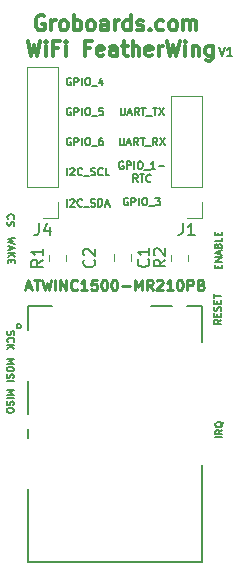
<source format=gto>
G04 #@! TF.GenerationSoftware,KiCad,Pcbnew,5.1.4-e60b266~84~ubuntu19.04.1*
G04 #@! TF.CreationDate,2019-10-25T13:24:14-07:00*
G04 #@! TF.ProjectId,Wifi-FeatherWing,57696669-2d46-4656-9174-68657257696e,rev?*
G04 #@! TF.SameCoordinates,Original*
G04 #@! TF.FileFunction,Legend,Top*
G04 #@! TF.FilePolarity,Positive*
%FSLAX46Y46*%
G04 Gerber Fmt 4.6, Leading zero omitted, Abs format (unit mm)*
G04 Created by KiCad (PCBNEW 5.1.4-e60b266~84~ubuntu19.04.1) date 2019-10-25 13:24:14*
%MOMM*%
%LPD*%
G04 APERTURE LIST*
%ADD10C,0.150000*%
%ADD11C,0.190500*%
%ADD12C,0.317500*%
%ADD13C,0.158750*%
%ADD14C,0.127000*%
%ADD15C,0.200000*%
%ADD16C,0.120000*%
%ADD17C,0.222250*%
G04 APERTURE END LIST*
D10*
X162161542Y-101590285D02*
X162161542Y-101390285D01*
X162475828Y-101304571D02*
X162475828Y-101590285D01*
X161875828Y-101590285D01*
X161875828Y-101304571D01*
X162475828Y-101047428D02*
X161875828Y-101047428D01*
X162475828Y-100704571D01*
X161875828Y-100704571D01*
X162304400Y-100447428D02*
X162304400Y-100161714D01*
X162475828Y-100504571D02*
X161875828Y-100304571D01*
X162475828Y-100104571D01*
X162161542Y-99704571D02*
X162190114Y-99618857D01*
X162218685Y-99590285D01*
X162275828Y-99561714D01*
X162361542Y-99561714D01*
X162418685Y-99590285D01*
X162447257Y-99618857D01*
X162475828Y-99676000D01*
X162475828Y-99904571D01*
X161875828Y-99904571D01*
X161875828Y-99704571D01*
X161904400Y-99647428D01*
X161932971Y-99618857D01*
X161990114Y-99590285D01*
X162047257Y-99590285D01*
X162104400Y-99618857D01*
X162132971Y-99647428D01*
X162161542Y-99704571D01*
X162161542Y-99904571D01*
X162475828Y-99018857D02*
X162475828Y-99304571D01*
X161875828Y-99304571D01*
X162161542Y-98818857D02*
X162161542Y-98618857D01*
X162475828Y-98533142D02*
X162475828Y-98818857D01*
X161875828Y-98818857D01*
X161875828Y-98533142D01*
X162425028Y-105976628D02*
X162139314Y-106176628D01*
X162425028Y-106319485D02*
X161825028Y-106319485D01*
X161825028Y-106090914D01*
X161853600Y-106033771D01*
X161882171Y-106005200D01*
X161939314Y-105976628D01*
X162025028Y-105976628D01*
X162082171Y-106005200D01*
X162110742Y-106033771D01*
X162139314Y-106090914D01*
X162139314Y-106319485D01*
X162110742Y-105719485D02*
X162110742Y-105519485D01*
X162425028Y-105433771D02*
X162425028Y-105719485D01*
X161825028Y-105719485D01*
X161825028Y-105433771D01*
X162396457Y-105205200D02*
X162425028Y-105119485D01*
X162425028Y-104976628D01*
X162396457Y-104919485D01*
X162367885Y-104890914D01*
X162310742Y-104862342D01*
X162253600Y-104862342D01*
X162196457Y-104890914D01*
X162167885Y-104919485D01*
X162139314Y-104976628D01*
X162110742Y-105090914D01*
X162082171Y-105148057D01*
X162053600Y-105176628D01*
X161996457Y-105205200D01*
X161939314Y-105205200D01*
X161882171Y-105176628D01*
X161853600Y-105148057D01*
X161825028Y-105090914D01*
X161825028Y-104948057D01*
X161853600Y-104862342D01*
X162110742Y-104605200D02*
X162110742Y-104405200D01*
X162425028Y-104319485D02*
X162425028Y-104605200D01*
X161825028Y-104605200D01*
X161825028Y-104319485D01*
X161825028Y-104148057D02*
X161825028Y-103805200D01*
X162425028Y-103976628D02*
X161825028Y-103976628D01*
X144362514Y-97436000D02*
X144333942Y-97407428D01*
X144305371Y-97321714D01*
X144305371Y-97264571D01*
X144333942Y-97178857D01*
X144391085Y-97121714D01*
X144448228Y-97093142D01*
X144562514Y-97064571D01*
X144648228Y-97064571D01*
X144762514Y-97093142D01*
X144819657Y-97121714D01*
X144876800Y-97178857D01*
X144905371Y-97264571D01*
X144905371Y-97321714D01*
X144876800Y-97407428D01*
X144848228Y-97436000D01*
X144333942Y-97664571D02*
X144305371Y-97750285D01*
X144305371Y-97893142D01*
X144333942Y-97950285D01*
X144362514Y-97978857D01*
X144419657Y-98007428D01*
X144476800Y-98007428D01*
X144533942Y-97978857D01*
X144562514Y-97950285D01*
X144591085Y-97893142D01*
X144619657Y-97778857D01*
X144648228Y-97721714D01*
X144676800Y-97693142D01*
X144733942Y-97664571D01*
X144791085Y-97664571D01*
X144848228Y-97693142D01*
X144876800Y-97721714D01*
X144905371Y-97778857D01*
X144905371Y-97921714D01*
X144876800Y-98007428D01*
X144956171Y-99041085D02*
X144356171Y-99183942D01*
X144784742Y-99298228D01*
X144356171Y-99412514D01*
X144956171Y-99555371D01*
X144527600Y-99755371D02*
X144527600Y-100041085D01*
X144356171Y-99698228D02*
X144956171Y-99898228D01*
X144356171Y-100098228D01*
X144356171Y-100298228D02*
X144956171Y-100298228D01*
X144356171Y-100641085D02*
X144699028Y-100383942D01*
X144956171Y-100641085D02*
X144613314Y-100298228D01*
X144670457Y-100898228D02*
X144670457Y-101098228D01*
X144356171Y-101183942D02*
X144356171Y-100898228D01*
X144956171Y-100898228D01*
X144956171Y-101183942D01*
X144333942Y-106924571D02*
X144305371Y-107010285D01*
X144305371Y-107153142D01*
X144333942Y-107210285D01*
X144362514Y-107238857D01*
X144419657Y-107267428D01*
X144476800Y-107267428D01*
X144533942Y-107238857D01*
X144562514Y-107210285D01*
X144591085Y-107153142D01*
X144619657Y-107038857D01*
X144648228Y-106981714D01*
X144676800Y-106953142D01*
X144733942Y-106924571D01*
X144791085Y-106924571D01*
X144848228Y-106953142D01*
X144876800Y-106981714D01*
X144905371Y-107038857D01*
X144905371Y-107181714D01*
X144876800Y-107267428D01*
X144362514Y-107867428D02*
X144333942Y-107838857D01*
X144305371Y-107753142D01*
X144305371Y-107696000D01*
X144333942Y-107610285D01*
X144391085Y-107553142D01*
X144448228Y-107524571D01*
X144562514Y-107496000D01*
X144648228Y-107496000D01*
X144762514Y-107524571D01*
X144819657Y-107553142D01*
X144876800Y-107610285D01*
X144905371Y-107696000D01*
X144905371Y-107753142D01*
X144876800Y-107838857D01*
X144848228Y-107867428D01*
X144305371Y-108124571D02*
X144905371Y-108124571D01*
X144305371Y-108467428D02*
X144648228Y-108210285D01*
X144905371Y-108467428D02*
X144562514Y-108124571D01*
X144254571Y-109293142D02*
X144854571Y-109293142D01*
X144426000Y-109493142D01*
X144854571Y-109693142D01*
X144254571Y-109693142D01*
X144854571Y-110093142D02*
X144854571Y-110207428D01*
X144826000Y-110264571D01*
X144768857Y-110321714D01*
X144654571Y-110350285D01*
X144454571Y-110350285D01*
X144340285Y-110321714D01*
X144283142Y-110264571D01*
X144254571Y-110207428D01*
X144254571Y-110093142D01*
X144283142Y-110036000D01*
X144340285Y-109978857D01*
X144454571Y-109950285D01*
X144654571Y-109950285D01*
X144768857Y-109978857D01*
X144826000Y-110036000D01*
X144854571Y-110093142D01*
X144283142Y-110578857D02*
X144254571Y-110664571D01*
X144254571Y-110807428D01*
X144283142Y-110864571D01*
X144311714Y-110893142D01*
X144368857Y-110921714D01*
X144426000Y-110921714D01*
X144483142Y-110893142D01*
X144511714Y-110864571D01*
X144540285Y-110807428D01*
X144568857Y-110693142D01*
X144597428Y-110636000D01*
X144626000Y-110607428D01*
X144683142Y-110578857D01*
X144740285Y-110578857D01*
X144797428Y-110607428D01*
X144826000Y-110636000D01*
X144854571Y-110693142D01*
X144854571Y-110836000D01*
X144826000Y-110921714D01*
X144254571Y-111178857D02*
X144854571Y-111178857D01*
X144254571Y-111934742D02*
X144854571Y-111934742D01*
X144426000Y-112134742D01*
X144854571Y-112334742D01*
X144254571Y-112334742D01*
X144254571Y-112620457D02*
X144854571Y-112620457D01*
X144283142Y-112877600D02*
X144254571Y-112963314D01*
X144254571Y-113106171D01*
X144283142Y-113163314D01*
X144311714Y-113191885D01*
X144368857Y-113220457D01*
X144426000Y-113220457D01*
X144483142Y-113191885D01*
X144511714Y-113163314D01*
X144540285Y-113106171D01*
X144568857Y-112991885D01*
X144597428Y-112934742D01*
X144626000Y-112906171D01*
X144683142Y-112877600D01*
X144740285Y-112877600D01*
X144797428Y-112906171D01*
X144826000Y-112934742D01*
X144854571Y-112991885D01*
X144854571Y-113134742D01*
X144826000Y-113220457D01*
X144854571Y-113591885D02*
X144854571Y-113706171D01*
X144826000Y-113763314D01*
X144768857Y-113820457D01*
X144654571Y-113849028D01*
X144454571Y-113849028D01*
X144340285Y-113820457D01*
X144283142Y-113763314D01*
X144254571Y-113706171D01*
X144254571Y-113591885D01*
X144283142Y-113534742D01*
X144340285Y-113477600D01*
X144454571Y-113449028D01*
X144654571Y-113449028D01*
X144768857Y-113477600D01*
X144826000Y-113534742D01*
X144854571Y-113591885D01*
X162526628Y-115930285D02*
X161926628Y-115930285D01*
X162526628Y-115301714D02*
X162240914Y-115501714D01*
X162526628Y-115644571D02*
X161926628Y-115644571D01*
X161926628Y-115416000D01*
X161955200Y-115358857D01*
X161983771Y-115330285D01*
X162040914Y-115301714D01*
X162126628Y-115301714D01*
X162183771Y-115330285D01*
X162212342Y-115358857D01*
X162240914Y-115416000D01*
X162240914Y-115644571D01*
X162583771Y-114644571D02*
X162555200Y-114701714D01*
X162498057Y-114758857D01*
X162412342Y-114844571D01*
X162383771Y-114901714D01*
X162383771Y-114958857D01*
X162526628Y-114930285D02*
X162498057Y-114987428D01*
X162440914Y-115044571D01*
X162326628Y-115073142D01*
X162126628Y-115073142D01*
X162012342Y-115044571D01*
X161955200Y-114987428D01*
X161926628Y-114930285D01*
X161926628Y-114816000D01*
X161955200Y-114758857D01*
X162012342Y-114701714D01*
X162126628Y-114673142D01*
X162326628Y-114673142D01*
X162440914Y-114701714D01*
X162498057Y-114758857D01*
X162526628Y-114816000D01*
X162526628Y-114930285D01*
D11*
X162197142Y-82894714D02*
X162451142Y-83656714D01*
X162705142Y-82894714D01*
X163358285Y-83656714D02*
X162922857Y-83656714D01*
X163140571Y-83656714D02*
X163140571Y-82894714D01*
X163068000Y-83003571D01*
X162995428Y-83076142D01*
X162922857Y-83112428D01*
D12*
X146031857Y-82362523D02*
X146334238Y-83632523D01*
X146576142Y-82725380D01*
X146818047Y-83632523D01*
X147120428Y-82362523D01*
X147604238Y-83632523D02*
X147604238Y-82785857D01*
X147604238Y-82362523D02*
X147543761Y-82423000D01*
X147604238Y-82483476D01*
X147664714Y-82423000D01*
X147604238Y-82362523D01*
X147604238Y-82483476D01*
X148632333Y-82967285D02*
X148209000Y-82967285D01*
X148209000Y-83632523D02*
X148209000Y-82362523D01*
X148813761Y-82362523D01*
X149297571Y-83632523D02*
X149297571Y-82785857D01*
X149297571Y-82362523D02*
X149237095Y-82423000D01*
X149297571Y-82483476D01*
X149358047Y-82423000D01*
X149297571Y-82362523D01*
X149297571Y-82483476D01*
X151293285Y-82967285D02*
X150869952Y-82967285D01*
X150869952Y-83632523D02*
X150869952Y-82362523D01*
X151474714Y-82362523D01*
X152442333Y-83572047D02*
X152321380Y-83632523D01*
X152079476Y-83632523D01*
X151958523Y-83572047D01*
X151898047Y-83451095D01*
X151898047Y-82967285D01*
X151958523Y-82846333D01*
X152079476Y-82785857D01*
X152321380Y-82785857D01*
X152442333Y-82846333D01*
X152502809Y-82967285D01*
X152502809Y-83088238D01*
X151898047Y-83209190D01*
X153591380Y-83632523D02*
X153591380Y-82967285D01*
X153530904Y-82846333D01*
X153409952Y-82785857D01*
X153168047Y-82785857D01*
X153047095Y-82846333D01*
X153591380Y-83572047D02*
X153470428Y-83632523D01*
X153168047Y-83632523D01*
X153047095Y-83572047D01*
X152986619Y-83451095D01*
X152986619Y-83330142D01*
X153047095Y-83209190D01*
X153168047Y-83148714D01*
X153470428Y-83148714D01*
X153591380Y-83088238D01*
X154014714Y-82785857D02*
X154498523Y-82785857D01*
X154196142Y-82362523D02*
X154196142Y-83451095D01*
X154256619Y-83572047D01*
X154377571Y-83632523D01*
X154498523Y-83632523D01*
X154921857Y-83632523D02*
X154921857Y-82362523D01*
X155466142Y-83632523D02*
X155466142Y-82967285D01*
X155405666Y-82846333D01*
X155284714Y-82785857D01*
X155103285Y-82785857D01*
X154982333Y-82846333D01*
X154921857Y-82906809D01*
X156554714Y-83572047D02*
X156433761Y-83632523D01*
X156191857Y-83632523D01*
X156070904Y-83572047D01*
X156010428Y-83451095D01*
X156010428Y-82967285D01*
X156070904Y-82846333D01*
X156191857Y-82785857D01*
X156433761Y-82785857D01*
X156554714Y-82846333D01*
X156615190Y-82967285D01*
X156615190Y-83088238D01*
X156010428Y-83209190D01*
X157159476Y-83632523D02*
X157159476Y-82785857D01*
X157159476Y-83027761D02*
X157219952Y-82906809D01*
X157280428Y-82846333D01*
X157401380Y-82785857D01*
X157522333Y-82785857D01*
X157824714Y-82362523D02*
X158127095Y-83632523D01*
X158369000Y-82725380D01*
X158610904Y-83632523D01*
X158913285Y-82362523D01*
X159397095Y-83632523D02*
X159397095Y-82785857D01*
X159397095Y-82362523D02*
X159336619Y-82423000D01*
X159397095Y-82483476D01*
X159457571Y-82423000D01*
X159397095Y-82362523D01*
X159397095Y-82483476D01*
X160001857Y-82785857D02*
X160001857Y-83632523D01*
X160001857Y-82906809D02*
X160062333Y-82846333D01*
X160183285Y-82785857D01*
X160364714Y-82785857D01*
X160485666Y-82846333D01*
X160546142Y-82967285D01*
X160546142Y-83632523D01*
X161695190Y-82785857D02*
X161695190Y-83813952D01*
X161634714Y-83934904D01*
X161574238Y-83995380D01*
X161453285Y-84055857D01*
X161271857Y-84055857D01*
X161150904Y-83995380D01*
X161695190Y-83572047D02*
X161574238Y-83632523D01*
X161332333Y-83632523D01*
X161211380Y-83572047D01*
X161150904Y-83511571D01*
X161090428Y-83390619D01*
X161090428Y-83027761D01*
X161150904Y-82906809D01*
X161211380Y-82846333D01*
X161332333Y-82785857D01*
X161574238Y-82785857D01*
X161695190Y-82846333D01*
X147434904Y-80264000D02*
X147313952Y-80203523D01*
X147132523Y-80203523D01*
X146951095Y-80264000D01*
X146830142Y-80384952D01*
X146769666Y-80505904D01*
X146709190Y-80747809D01*
X146709190Y-80929238D01*
X146769666Y-81171142D01*
X146830142Y-81292095D01*
X146951095Y-81413047D01*
X147132523Y-81473523D01*
X147253476Y-81473523D01*
X147434904Y-81413047D01*
X147495380Y-81352571D01*
X147495380Y-80929238D01*
X147253476Y-80929238D01*
X148039666Y-81473523D02*
X148039666Y-80626857D01*
X148039666Y-80868761D02*
X148100142Y-80747809D01*
X148160619Y-80687333D01*
X148281571Y-80626857D01*
X148402523Y-80626857D01*
X149007285Y-81473523D02*
X148886333Y-81413047D01*
X148825857Y-81352571D01*
X148765380Y-81231619D01*
X148765380Y-80868761D01*
X148825857Y-80747809D01*
X148886333Y-80687333D01*
X149007285Y-80626857D01*
X149188714Y-80626857D01*
X149309666Y-80687333D01*
X149370142Y-80747809D01*
X149430619Y-80868761D01*
X149430619Y-81231619D01*
X149370142Y-81352571D01*
X149309666Y-81413047D01*
X149188714Y-81473523D01*
X149007285Y-81473523D01*
X149974904Y-81473523D02*
X149974904Y-80203523D01*
X149974904Y-80687333D02*
X150095857Y-80626857D01*
X150337761Y-80626857D01*
X150458714Y-80687333D01*
X150519190Y-80747809D01*
X150579666Y-80868761D01*
X150579666Y-81231619D01*
X150519190Y-81352571D01*
X150458714Y-81413047D01*
X150337761Y-81473523D01*
X150095857Y-81473523D01*
X149974904Y-81413047D01*
X151305380Y-81473523D02*
X151184428Y-81413047D01*
X151123952Y-81352571D01*
X151063476Y-81231619D01*
X151063476Y-80868761D01*
X151123952Y-80747809D01*
X151184428Y-80687333D01*
X151305380Y-80626857D01*
X151486809Y-80626857D01*
X151607761Y-80687333D01*
X151668238Y-80747809D01*
X151728714Y-80868761D01*
X151728714Y-81231619D01*
X151668238Y-81352571D01*
X151607761Y-81413047D01*
X151486809Y-81473523D01*
X151305380Y-81473523D01*
X152817285Y-81473523D02*
X152817285Y-80808285D01*
X152756809Y-80687333D01*
X152635857Y-80626857D01*
X152393952Y-80626857D01*
X152273000Y-80687333D01*
X152817285Y-81413047D02*
X152696333Y-81473523D01*
X152393952Y-81473523D01*
X152273000Y-81413047D01*
X152212523Y-81292095D01*
X152212523Y-81171142D01*
X152273000Y-81050190D01*
X152393952Y-80989714D01*
X152696333Y-80989714D01*
X152817285Y-80929238D01*
X153422047Y-81473523D02*
X153422047Y-80626857D01*
X153422047Y-80868761D02*
X153482523Y-80747809D01*
X153543000Y-80687333D01*
X153663952Y-80626857D01*
X153784904Y-80626857D01*
X154752523Y-81473523D02*
X154752523Y-80203523D01*
X154752523Y-81413047D02*
X154631571Y-81473523D01*
X154389666Y-81473523D01*
X154268714Y-81413047D01*
X154208238Y-81352571D01*
X154147761Y-81231619D01*
X154147761Y-80868761D01*
X154208238Y-80747809D01*
X154268714Y-80687333D01*
X154389666Y-80626857D01*
X154631571Y-80626857D01*
X154752523Y-80687333D01*
X155296809Y-81413047D02*
X155417761Y-81473523D01*
X155659666Y-81473523D01*
X155780619Y-81413047D01*
X155841095Y-81292095D01*
X155841095Y-81231619D01*
X155780619Y-81110666D01*
X155659666Y-81050190D01*
X155478238Y-81050190D01*
X155357285Y-80989714D01*
X155296809Y-80868761D01*
X155296809Y-80808285D01*
X155357285Y-80687333D01*
X155478238Y-80626857D01*
X155659666Y-80626857D01*
X155780619Y-80687333D01*
X156385380Y-81352571D02*
X156445857Y-81413047D01*
X156385380Y-81473523D01*
X156324904Y-81413047D01*
X156385380Y-81352571D01*
X156385380Y-81473523D01*
X157534428Y-81413047D02*
X157413476Y-81473523D01*
X157171571Y-81473523D01*
X157050619Y-81413047D01*
X156990142Y-81352571D01*
X156929666Y-81231619D01*
X156929666Y-80868761D01*
X156990142Y-80747809D01*
X157050619Y-80687333D01*
X157171571Y-80626857D01*
X157413476Y-80626857D01*
X157534428Y-80687333D01*
X158260142Y-81473523D02*
X158139190Y-81413047D01*
X158078714Y-81352571D01*
X158018238Y-81231619D01*
X158018238Y-80868761D01*
X158078714Y-80747809D01*
X158139190Y-80687333D01*
X158260142Y-80626857D01*
X158441571Y-80626857D01*
X158562523Y-80687333D01*
X158623000Y-80747809D01*
X158683476Y-80868761D01*
X158683476Y-81231619D01*
X158623000Y-81352571D01*
X158562523Y-81413047D01*
X158441571Y-81473523D01*
X158260142Y-81473523D01*
X159227761Y-81473523D02*
X159227761Y-80626857D01*
X159227761Y-80747809D02*
X159288238Y-80687333D01*
X159409190Y-80626857D01*
X159590619Y-80626857D01*
X159711571Y-80687333D01*
X159772047Y-80808285D01*
X159772047Y-81473523D01*
X159772047Y-80808285D02*
X159832523Y-80687333D01*
X159953476Y-80626857D01*
X160134904Y-80626857D01*
X160255857Y-80687333D01*
X160316333Y-80808285D01*
X160316333Y-81473523D01*
D13*
X154522714Y-95694500D02*
X154462238Y-95664261D01*
X154371523Y-95664261D01*
X154280809Y-95694500D01*
X154220333Y-95754976D01*
X154190095Y-95815452D01*
X154159857Y-95936404D01*
X154159857Y-96027119D01*
X154190095Y-96148071D01*
X154220333Y-96208547D01*
X154280809Y-96269023D01*
X154371523Y-96299261D01*
X154432000Y-96299261D01*
X154522714Y-96269023D01*
X154552952Y-96238785D01*
X154552952Y-96027119D01*
X154432000Y-96027119D01*
X154825095Y-96299261D02*
X154825095Y-95664261D01*
X155067000Y-95664261D01*
X155127476Y-95694500D01*
X155157714Y-95724738D01*
X155187952Y-95785214D01*
X155187952Y-95875928D01*
X155157714Y-95936404D01*
X155127476Y-95966642D01*
X155067000Y-95996880D01*
X154825095Y-95996880D01*
X155460095Y-96299261D02*
X155460095Y-95664261D01*
X155883428Y-95664261D02*
X156004380Y-95664261D01*
X156064857Y-95694500D01*
X156125333Y-95754976D01*
X156155571Y-95875928D01*
X156155571Y-96087595D01*
X156125333Y-96208547D01*
X156064857Y-96269023D01*
X156004380Y-96299261D01*
X155883428Y-96299261D01*
X155822952Y-96269023D01*
X155762476Y-96208547D01*
X155732238Y-96087595D01*
X155732238Y-95875928D01*
X155762476Y-95754976D01*
X155822952Y-95694500D01*
X155883428Y-95664261D01*
X156276523Y-96359738D02*
X156760333Y-96359738D01*
X156851047Y-95664261D02*
X157244142Y-95664261D01*
X157032476Y-95906166D01*
X157123190Y-95906166D01*
X157183666Y-95936404D01*
X157213904Y-95966642D01*
X157244142Y-96027119D01*
X157244142Y-96178309D01*
X157213904Y-96238785D01*
X157183666Y-96269023D01*
X157123190Y-96299261D01*
X156941761Y-96299261D01*
X156881285Y-96269023D01*
X156851047Y-96238785D01*
X154129619Y-92598875D02*
X154069142Y-92568636D01*
X153978428Y-92568636D01*
X153887714Y-92598875D01*
X153827238Y-92659351D01*
X153797000Y-92719827D01*
X153766761Y-92840779D01*
X153766761Y-92931494D01*
X153797000Y-93052446D01*
X153827238Y-93112922D01*
X153887714Y-93173398D01*
X153978428Y-93203636D01*
X154038904Y-93203636D01*
X154129619Y-93173398D01*
X154159857Y-93143160D01*
X154159857Y-92931494D01*
X154038904Y-92931494D01*
X154432000Y-93203636D02*
X154432000Y-92568636D01*
X154673904Y-92568636D01*
X154734380Y-92598875D01*
X154764619Y-92629113D01*
X154794857Y-92689589D01*
X154794857Y-92780303D01*
X154764619Y-92840779D01*
X154734380Y-92871017D01*
X154673904Y-92901255D01*
X154432000Y-92901255D01*
X155067000Y-93203636D02*
X155067000Y-92568636D01*
X155490333Y-92568636D02*
X155611285Y-92568636D01*
X155671761Y-92598875D01*
X155732238Y-92659351D01*
X155762476Y-92780303D01*
X155762476Y-92991970D01*
X155732238Y-93112922D01*
X155671761Y-93173398D01*
X155611285Y-93203636D01*
X155490333Y-93203636D01*
X155429857Y-93173398D01*
X155369380Y-93112922D01*
X155339142Y-92991970D01*
X155339142Y-92780303D01*
X155369380Y-92659351D01*
X155429857Y-92598875D01*
X155490333Y-92568636D01*
X155883428Y-93264113D02*
X156367238Y-93264113D01*
X156851047Y-93203636D02*
X156488190Y-93203636D01*
X156669619Y-93203636D02*
X156669619Y-92568636D01*
X156609142Y-92659351D01*
X156548666Y-92719827D01*
X156488190Y-92750065D01*
X157123190Y-92961732D02*
X157607000Y-92961732D01*
X155339142Y-94314886D02*
X155127476Y-94012505D01*
X154976285Y-94314886D02*
X154976285Y-93679886D01*
X155218190Y-93679886D01*
X155278666Y-93710125D01*
X155308904Y-93740363D01*
X155339142Y-93800839D01*
X155339142Y-93891553D01*
X155308904Y-93952029D01*
X155278666Y-93982267D01*
X155218190Y-94012505D01*
X154976285Y-94012505D01*
X155520571Y-93679886D02*
X155883428Y-93679886D01*
X155702000Y-94314886D02*
X155702000Y-93679886D01*
X156457952Y-94254410D02*
X156427714Y-94284648D01*
X156337000Y-94314886D01*
X156276523Y-94314886D01*
X156185809Y-94284648D01*
X156125333Y-94224172D01*
X156095095Y-94163696D01*
X156064857Y-94042744D01*
X156064857Y-93952029D01*
X156095095Y-93831077D01*
X156125333Y-93770601D01*
X156185809Y-93710125D01*
X156276523Y-93679886D01*
X156337000Y-93679886D01*
X156427714Y-93710125D01*
X156457952Y-93740363D01*
X153827238Y-90584261D02*
X153827238Y-91098309D01*
X153857476Y-91158785D01*
X153887714Y-91189023D01*
X153948190Y-91219261D01*
X154069142Y-91219261D01*
X154129619Y-91189023D01*
X154159857Y-91158785D01*
X154190095Y-91098309D01*
X154190095Y-90584261D01*
X154462238Y-91037833D02*
X154764619Y-91037833D01*
X154401761Y-91219261D02*
X154613428Y-90584261D01*
X154825095Y-91219261D01*
X155399619Y-91219261D02*
X155187952Y-90916880D01*
X155036761Y-91219261D02*
X155036761Y-90584261D01*
X155278666Y-90584261D01*
X155339142Y-90614500D01*
X155369380Y-90644738D01*
X155399619Y-90705214D01*
X155399619Y-90795928D01*
X155369380Y-90856404D01*
X155339142Y-90886642D01*
X155278666Y-90916880D01*
X155036761Y-90916880D01*
X155581047Y-90584261D02*
X155943904Y-90584261D01*
X155762476Y-91219261D02*
X155762476Y-90584261D01*
X156004380Y-91279738D02*
X156488190Y-91279738D01*
X157002238Y-91219261D02*
X156790571Y-90916880D01*
X156639380Y-91219261D02*
X156639380Y-90584261D01*
X156881285Y-90584261D01*
X156941761Y-90614500D01*
X156972000Y-90644738D01*
X157002238Y-90705214D01*
X157002238Y-90795928D01*
X156972000Y-90856404D01*
X156941761Y-90886642D01*
X156881285Y-90916880D01*
X156639380Y-90916880D01*
X157213904Y-90584261D02*
X157637238Y-91219261D01*
X157637238Y-90584261D02*
X157213904Y-91219261D01*
X153902833Y-88044261D02*
X153902833Y-88558309D01*
X153933071Y-88618785D01*
X153963309Y-88649023D01*
X154023785Y-88679261D01*
X154144738Y-88679261D01*
X154205214Y-88649023D01*
X154235452Y-88618785D01*
X154265690Y-88558309D01*
X154265690Y-88044261D01*
X154537833Y-88497833D02*
X154840214Y-88497833D01*
X154477357Y-88679261D02*
X154689023Y-88044261D01*
X154900690Y-88679261D01*
X155475214Y-88679261D02*
X155263547Y-88376880D01*
X155112357Y-88679261D02*
X155112357Y-88044261D01*
X155354261Y-88044261D01*
X155414738Y-88074500D01*
X155444976Y-88104738D01*
X155475214Y-88165214D01*
X155475214Y-88255928D01*
X155444976Y-88316404D01*
X155414738Y-88346642D01*
X155354261Y-88376880D01*
X155112357Y-88376880D01*
X155656642Y-88044261D02*
X156019500Y-88044261D01*
X155838071Y-88679261D02*
X155838071Y-88044261D01*
X156079976Y-88739738D02*
X156563785Y-88739738D01*
X156624261Y-88044261D02*
X156987119Y-88044261D01*
X156805690Y-88679261D02*
X156805690Y-88044261D01*
X157138309Y-88044261D02*
X157561642Y-88679261D01*
X157561642Y-88044261D02*
X157138309Y-88679261D01*
X149696714Y-85534500D02*
X149636238Y-85504261D01*
X149545523Y-85504261D01*
X149454809Y-85534500D01*
X149394333Y-85594976D01*
X149364095Y-85655452D01*
X149333857Y-85776404D01*
X149333857Y-85867119D01*
X149364095Y-85988071D01*
X149394333Y-86048547D01*
X149454809Y-86109023D01*
X149545523Y-86139261D01*
X149606000Y-86139261D01*
X149696714Y-86109023D01*
X149726952Y-86078785D01*
X149726952Y-85867119D01*
X149606000Y-85867119D01*
X149999095Y-86139261D02*
X149999095Y-85504261D01*
X150241000Y-85504261D01*
X150301476Y-85534500D01*
X150331714Y-85564738D01*
X150361952Y-85625214D01*
X150361952Y-85715928D01*
X150331714Y-85776404D01*
X150301476Y-85806642D01*
X150241000Y-85836880D01*
X149999095Y-85836880D01*
X150634095Y-86139261D02*
X150634095Y-85504261D01*
X151057428Y-85504261D02*
X151178380Y-85504261D01*
X151238857Y-85534500D01*
X151299333Y-85594976D01*
X151329571Y-85715928D01*
X151329571Y-85927595D01*
X151299333Y-86048547D01*
X151238857Y-86109023D01*
X151178380Y-86139261D01*
X151057428Y-86139261D01*
X150996952Y-86109023D01*
X150936476Y-86048547D01*
X150906238Y-85927595D01*
X150906238Y-85715928D01*
X150936476Y-85594976D01*
X150996952Y-85534500D01*
X151057428Y-85504261D01*
X151450523Y-86199738D02*
X151934333Y-86199738D01*
X152357666Y-85715928D02*
X152357666Y-86139261D01*
X152206476Y-85474023D02*
X152055285Y-85927595D01*
X152448380Y-85927595D01*
X149696714Y-88074500D02*
X149636238Y-88044261D01*
X149545523Y-88044261D01*
X149454809Y-88074500D01*
X149394333Y-88134976D01*
X149364095Y-88195452D01*
X149333857Y-88316404D01*
X149333857Y-88407119D01*
X149364095Y-88528071D01*
X149394333Y-88588547D01*
X149454809Y-88649023D01*
X149545523Y-88679261D01*
X149606000Y-88679261D01*
X149696714Y-88649023D01*
X149726952Y-88618785D01*
X149726952Y-88407119D01*
X149606000Y-88407119D01*
X149999095Y-88679261D02*
X149999095Y-88044261D01*
X150241000Y-88044261D01*
X150301476Y-88074500D01*
X150331714Y-88104738D01*
X150361952Y-88165214D01*
X150361952Y-88255928D01*
X150331714Y-88316404D01*
X150301476Y-88346642D01*
X150241000Y-88376880D01*
X149999095Y-88376880D01*
X150634095Y-88679261D02*
X150634095Y-88044261D01*
X151057428Y-88044261D02*
X151178380Y-88044261D01*
X151238857Y-88074500D01*
X151299333Y-88134976D01*
X151329571Y-88255928D01*
X151329571Y-88467595D01*
X151299333Y-88588547D01*
X151238857Y-88649023D01*
X151178380Y-88679261D01*
X151057428Y-88679261D01*
X150996952Y-88649023D01*
X150936476Y-88588547D01*
X150906238Y-88467595D01*
X150906238Y-88255928D01*
X150936476Y-88134976D01*
X150996952Y-88074500D01*
X151057428Y-88044261D01*
X151450523Y-88739738D02*
X151934333Y-88739738D01*
X152387904Y-88044261D02*
X152085523Y-88044261D01*
X152055285Y-88346642D01*
X152085523Y-88316404D01*
X152146000Y-88286166D01*
X152297190Y-88286166D01*
X152357666Y-88316404D01*
X152387904Y-88346642D01*
X152418142Y-88407119D01*
X152418142Y-88558309D01*
X152387904Y-88618785D01*
X152357666Y-88649023D01*
X152297190Y-88679261D01*
X152146000Y-88679261D01*
X152085523Y-88649023D01*
X152055285Y-88618785D01*
X149696714Y-90614500D02*
X149636238Y-90584261D01*
X149545523Y-90584261D01*
X149454809Y-90614500D01*
X149394333Y-90674976D01*
X149364095Y-90735452D01*
X149333857Y-90856404D01*
X149333857Y-90947119D01*
X149364095Y-91068071D01*
X149394333Y-91128547D01*
X149454809Y-91189023D01*
X149545523Y-91219261D01*
X149606000Y-91219261D01*
X149696714Y-91189023D01*
X149726952Y-91158785D01*
X149726952Y-90947119D01*
X149606000Y-90947119D01*
X149999095Y-91219261D02*
X149999095Y-90584261D01*
X150241000Y-90584261D01*
X150301476Y-90614500D01*
X150331714Y-90644738D01*
X150361952Y-90705214D01*
X150361952Y-90795928D01*
X150331714Y-90856404D01*
X150301476Y-90886642D01*
X150241000Y-90916880D01*
X149999095Y-90916880D01*
X150634095Y-91219261D02*
X150634095Y-90584261D01*
X151057428Y-90584261D02*
X151178380Y-90584261D01*
X151238857Y-90614500D01*
X151299333Y-90674976D01*
X151329571Y-90795928D01*
X151329571Y-91007595D01*
X151299333Y-91128547D01*
X151238857Y-91189023D01*
X151178380Y-91219261D01*
X151057428Y-91219261D01*
X150996952Y-91189023D01*
X150936476Y-91128547D01*
X150906238Y-91007595D01*
X150906238Y-90795928D01*
X150936476Y-90674976D01*
X150996952Y-90614500D01*
X151057428Y-90584261D01*
X151450523Y-91279738D02*
X151934333Y-91279738D01*
X152357666Y-90584261D02*
X152236714Y-90584261D01*
X152176238Y-90614500D01*
X152146000Y-90644738D01*
X152085523Y-90735452D01*
X152055285Y-90856404D01*
X152055285Y-91098309D01*
X152085523Y-91158785D01*
X152115761Y-91189023D01*
X152176238Y-91219261D01*
X152297190Y-91219261D01*
X152357666Y-91189023D01*
X152387904Y-91158785D01*
X152418142Y-91098309D01*
X152418142Y-90947119D01*
X152387904Y-90886642D01*
X152357666Y-90856404D01*
X152297190Y-90826166D01*
X152176238Y-90826166D01*
X152115761Y-90856404D01*
X152085523Y-90886642D01*
X152055285Y-90947119D01*
X149391309Y-93759261D02*
X149391309Y-93124261D01*
X149663452Y-93184738D02*
X149693690Y-93154500D01*
X149754166Y-93124261D01*
X149905357Y-93124261D01*
X149965833Y-93154500D01*
X149996071Y-93184738D01*
X150026309Y-93245214D01*
X150026309Y-93305690D01*
X149996071Y-93396404D01*
X149633214Y-93759261D01*
X150026309Y-93759261D01*
X150661309Y-93698785D02*
X150631071Y-93729023D01*
X150540357Y-93759261D01*
X150479880Y-93759261D01*
X150389166Y-93729023D01*
X150328690Y-93668547D01*
X150298452Y-93608071D01*
X150268214Y-93487119D01*
X150268214Y-93396404D01*
X150298452Y-93275452D01*
X150328690Y-93214976D01*
X150389166Y-93154500D01*
X150479880Y-93124261D01*
X150540357Y-93124261D01*
X150631071Y-93154500D01*
X150661309Y-93184738D01*
X150782261Y-93819738D02*
X151266071Y-93819738D01*
X151387023Y-93729023D02*
X151477738Y-93759261D01*
X151628928Y-93759261D01*
X151689404Y-93729023D01*
X151719642Y-93698785D01*
X151749880Y-93638309D01*
X151749880Y-93577833D01*
X151719642Y-93517357D01*
X151689404Y-93487119D01*
X151628928Y-93456880D01*
X151507976Y-93426642D01*
X151447500Y-93396404D01*
X151417261Y-93366166D01*
X151387023Y-93305690D01*
X151387023Y-93245214D01*
X151417261Y-93184738D01*
X151447500Y-93154500D01*
X151507976Y-93124261D01*
X151659166Y-93124261D01*
X151749880Y-93154500D01*
X152384880Y-93698785D02*
X152354642Y-93729023D01*
X152263928Y-93759261D01*
X152203452Y-93759261D01*
X152112738Y-93729023D01*
X152052261Y-93668547D01*
X152022023Y-93608071D01*
X151991785Y-93487119D01*
X151991785Y-93396404D01*
X152022023Y-93275452D01*
X152052261Y-93214976D01*
X152112738Y-93154500D01*
X152203452Y-93124261D01*
X152263928Y-93124261D01*
X152354642Y-93154500D01*
X152384880Y-93184738D01*
X152959404Y-93759261D02*
X152657023Y-93759261D01*
X152657023Y-93124261D01*
X149376190Y-96395781D02*
X149376190Y-95760781D01*
X149648333Y-95821258D02*
X149678571Y-95791020D01*
X149739047Y-95760781D01*
X149890238Y-95760781D01*
X149950714Y-95791020D01*
X149980952Y-95821258D01*
X150011190Y-95881734D01*
X150011190Y-95942210D01*
X149980952Y-96032924D01*
X149618095Y-96395781D01*
X150011190Y-96395781D01*
X150646190Y-96335305D02*
X150615952Y-96365543D01*
X150525238Y-96395781D01*
X150464761Y-96395781D01*
X150374047Y-96365543D01*
X150313571Y-96305067D01*
X150283333Y-96244591D01*
X150253095Y-96123639D01*
X150253095Y-96032924D01*
X150283333Y-95911972D01*
X150313571Y-95851496D01*
X150374047Y-95791020D01*
X150464761Y-95760781D01*
X150525238Y-95760781D01*
X150615952Y-95791020D01*
X150646190Y-95821258D01*
X150767142Y-96456258D02*
X151250952Y-96456258D01*
X151371904Y-96365543D02*
X151462619Y-96395781D01*
X151613809Y-96395781D01*
X151674285Y-96365543D01*
X151704523Y-96335305D01*
X151734761Y-96274829D01*
X151734761Y-96214353D01*
X151704523Y-96153877D01*
X151674285Y-96123639D01*
X151613809Y-96093400D01*
X151492857Y-96063162D01*
X151432380Y-96032924D01*
X151402142Y-96002686D01*
X151371904Y-95942210D01*
X151371904Y-95881734D01*
X151402142Y-95821258D01*
X151432380Y-95791020D01*
X151492857Y-95760781D01*
X151644047Y-95760781D01*
X151734761Y-95791020D01*
X152006904Y-96395781D02*
X152006904Y-95760781D01*
X152158095Y-95760781D01*
X152248809Y-95791020D01*
X152309285Y-95851496D01*
X152339523Y-95911972D01*
X152369761Y-96032924D01*
X152369761Y-96123639D01*
X152339523Y-96244591D01*
X152309285Y-96305067D01*
X152248809Y-96365543D01*
X152158095Y-96395781D01*
X152006904Y-96395781D01*
X152611666Y-96214353D02*
X152914047Y-96214353D01*
X152551190Y-96395781D02*
X152762857Y-95760781D01*
X152974523Y-96395781D01*
D14*
X160781000Y-118285600D02*
X160781000Y-126531600D01*
X160781000Y-126531600D02*
X146051000Y-126531600D01*
X146051000Y-126531600D02*
X146051000Y-120323600D01*
X160781000Y-107841600D02*
X160781000Y-104811600D01*
X160781000Y-104811600D02*
X159531000Y-104811600D01*
X158231000Y-104811600D02*
X156483000Y-104811600D01*
X148071000Y-104811600D02*
X146051000Y-104811600D01*
X146051000Y-104811600D02*
X146051000Y-106831600D01*
X146051000Y-111179600D02*
X146051000Y-113943600D01*
X146051000Y-115243600D02*
X146051000Y-115975600D01*
D15*
X145488000Y-106527600D02*
G75*
G03X145488000Y-106527600I-200000J0D01*
G01*
D16*
X153341000Y-100969578D02*
X153341000Y-100452422D01*
X154761000Y-100969578D02*
X154761000Y-100452422D01*
X149249200Y-100997278D02*
X149249200Y-100480122D01*
X147829200Y-100997278D02*
X147829200Y-100480122D01*
X158192400Y-100982278D02*
X158192400Y-100465122D01*
X159612400Y-100982278D02*
X159612400Y-100465122D01*
X160842000Y-87074700D02*
X158182000Y-87074700D01*
X160842000Y-94754700D02*
X160842000Y-87074700D01*
X158182000Y-94754700D02*
X158182000Y-87074700D01*
X160842000Y-94754700D02*
X158182000Y-94754700D01*
X160842000Y-96024700D02*
X160842000Y-97354700D01*
X160842000Y-97354700D02*
X159512000Y-97354700D01*
X148650000Y-84547400D02*
X145990000Y-84547400D01*
X148650000Y-94767400D02*
X148650000Y-84547400D01*
X145990000Y-94767400D02*
X145990000Y-84547400D01*
X148650000Y-94767400D02*
X145990000Y-94767400D01*
X148650000Y-96037400D02*
X148650000Y-97367400D01*
X148650000Y-97367400D02*
X147320000Y-97367400D01*
D17*
X145880666Y-103208666D02*
X146304000Y-103208666D01*
X145796000Y-103462666D02*
X146092333Y-102573666D01*
X146388666Y-103462666D01*
X146558000Y-102573666D02*
X147066000Y-102573666D01*
X146812000Y-103462666D02*
X146812000Y-102573666D01*
X147277666Y-102573666D02*
X147489333Y-103462666D01*
X147658666Y-102827666D01*
X147828000Y-103462666D01*
X148039666Y-102573666D01*
X148378333Y-103462666D02*
X148378333Y-102573666D01*
X148801666Y-103462666D02*
X148801666Y-102573666D01*
X149309666Y-103462666D01*
X149309666Y-102573666D01*
X150241000Y-103378000D02*
X150198666Y-103420333D01*
X150071666Y-103462666D01*
X149987000Y-103462666D01*
X149860000Y-103420333D01*
X149775333Y-103335666D01*
X149733000Y-103251000D01*
X149690666Y-103081666D01*
X149690666Y-102954666D01*
X149733000Y-102785333D01*
X149775333Y-102700666D01*
X149860000Y-102616000D01*
X149987000Y-102573666D01*
X150071666Y-102573666D01*
X150198666Y-102616000D01*
X150241000Y-102658333D01*
X151087666Y-103462666D02*
X150579666Y-103462666D01*
X150833666Y-103462666D02*
X150833666Y-102573666D01*
X150749000Y-102700666D01*
X150664333Y-102785333D01*
X150579666Y-102827666D01*
X151892000Y-102573666D02*
X151468666Y-102573666D01*
X151426333Y-102997000D01*
X151468666Y-102954666D01*
X151553333Y-102912333D01*
X151765000Y-102912333D01*
X151849666Y-102954666D01*
X151892000Y-102997000D01*
X151934333Y-103081666D01*
X151934333Y-103293333D01*
X151892000Y-103378000D01*
X151849666Y-103420333D01*
X151765000Y-103462666D01*
X151553333Y-103462666D01*
X151468666Y-103420333D01*
X151426333Y-103378000D01*
X152484666Y-102573666D02*
X152569333Y-102573666D01*
X152654000Y-102616000D01*
X152696333Y-102658333D01*
X152738666Y-102743000D01*
X152781000Y-102912333D01*
X152781000Y-103124000D01*
X152738666Y-103293333D01*
X152696333Y-103378000D01*
X152654000Y-103420333D01*
X152569333Y-103462666D01*
X152484666Y-103462666D01*
X152400000Y-103420333D01*
X152357666Y-103378000D01*
X152315333Y-103293333D01*
X152273000Y-103124000D01*
X152273000Y-102912333D01*
X152315333Y-102743000D01*
X152357666Y-102658333D01*
X152400000Y-102616000D01*
X152484666Y-102573666D01*
X153331333Y-102573666D02*
X153416000Y-102573666D01*
X153500666Y-102616000D01*
X153543000Y-102658333D01*
X153585333Y-102743000D01*
X153627666Y-102912333D01*
X153627666Y-103124000D01*
X153585333Y-103293333D01*
X153543000Y-103378000D01*
X153500666Y-103420333D01*
X153416000Y-103462666D01*
X153331333Y-103462666D01*
X153246666Y-103420333D01*
X153204333Y-103378000D01*
X153162000Y-103293333D01*
X153119666Y-103124000D01*
X153119666Y-102912333D01*
X153162000Y-102743000D01*
X153204333Y-102658333D01*
X153246666Y-102616000D01*
X153331333Y-102573666D01*
X154008666Y-103124000D02*
X154686000Y-103124000D01*
X155109333Y-103462666D02*
X155109333Y-102573666D01*
X155405666Y-103208666D01*
X155702000Y-102573666D01*
X155702000Y-103462666D01*
X156633333Y-103462666D02*
X156337000Y-103039333D01*
X156125333Y-103462666D02*
X156125333Y-102573666D01*
X156464000Y-102573666D01*
X156548666Y-102616000D01*
X156591000Y-102658333D01*
X156633333Y-102743000D01*
X156633333Y-102870000D01*
X156591000Y-102954666D01*
X156548666Y-102997000D01*
X156464000Y-103039333D01*
X156125333Y-103039333D01*
X156972000Y-102658333D02*
X157014333Y-102616000D01*
X157099000Y-102573666D01*
X157310666Y-102573666D01*
X157395333Y-102616000D01*
X157437666Y-102658333D01*
X157480000Y-102743000D01*
X157480000Y-102827666D01*
X157437666Y-102954666D01*
X156929666Y-103462666D01*
X157480000Y-103462666D01*
X158326666Y-103462666D02*
X157818666Y-103462666D01*
X158072666Y-103462666D02*
X158072666Y-102573666D01*
X157988000Y-102700666D01*
X157903333Y-102785333D01*
X157818666Y-102827666D01*
X158877000Y-102573666D02*
X158961666Y-102573666D01*
X159046333Y-102616000D01*
X159088666Y-102658333D01*
X159131000Y-102743000D01*
X159173333Y-102912333D01*
X159173333Y-103124000D01*
X159131000Y-103293333D01*
X159088666Y-103378000D01*
X159046333Y-103420333D01*
X158961666Y-103462666D01*
X158877000Y-103462666D01*
X158792333Y-103420333D01*
X158750000Y-103378000D01*
X158707666Y-103293333D01*
X158665333Y-103124000D01*
X158665333Y-102912333D01*
X158707666Y-102743000D01*
X158750000Y-102658333D01*
X158792333Y-102616000D01*
X158877000Y-102573666D01*
X159554333Y-103462666D02*
X159554333Y-102573666D01*
X159893000Y-102573666D01*
X159977666Y-102616000D01*
X160020000Y-102658333D01*
X160062333Y-102743000D01*
X160062333Y-102870000D01*
X160020000Y-102954666D01*
X159977666Y-102997000D01*
X159893000Y-103039333D01*
X159554333Y-103039333D01*
X160739666Y-102997000D02*
X160866666Y-103039333D01*
X160909000Y-103081666D01*
X160951333Y-103166333D01*
X160951333Y-103293333D01*
X160909000Y-103378000D01*
X160866666Y-103420333D01*
X160782000Y-103462666D01*
X160443333Y-103462666D01*
X160443333Y-102573666D01*
X160739666Y-102573666D01*
X160824333Y-102616000D01*
X160866666Y-102658333D01*
X160909000Y-102743000D01*
X160909000Y-102827666D01*
X160866666Y-102912333D01*
X160824333Y-102954666D01*
X160739666Y-102997000D01*
X160443333Y-102997000D01*
D10*
X156249642Y-100877666D02*
X156297261Y-100925285D01*
X156344880Y-101068142D01*
X156344880Y-101163380D01*
X156297261Y-101306238D01*
X156202023Y-101401476D01*
X156106785Y-101449095D01*
X155916309Y-101496714D01*
X155773452Y-101496714D01*
X155582976Y-101449095D01*
X155487738Y-101401476D01*
X155392500Y-101306238D01*
X155344880Y-101163380D01*
X155344880Y-101068142D01*
X155392500Y-100925285D01*
X155440119Y-100877666D01*
X156344880Y-99925285D02*
X156344880Y-100496714D01*
X156344880Y-100211000D02*
X155344880Y-100211000D01*
X155487738Y-100306238D01*
X155582976Y-100401476D01*
X155630595Y-100496714D01*
X147341580Y-100905366D02*
X146865390Y-101238700D01*
X147341580Y-101476795D02*
X146341580Y-101476795D01*
X146341580Y-101095842D01*
X146389200Y-101000604D01*
X146436819Y-100952985D01*
X146532057Y-100905366D01*
X146674914Y-100905366D01*
X146770152Y-100952985D01*
X146817771Y-101000604D01*
X146865390Y-101095842D01*
X146865390Y-101476795D01*
X147341580Y-99952985D02*
X147341580Y-100524414D01*
X147341580Y-100238700D02*
X146341580Y-100238700D01*
X146484438Y-100333938D01*
X146579676Y-100429176D01*
X146627295Y-100524414D01*
X157704780Y-100890366D02*
X157228590Y-101223700D01*
X157704780Y-101461795D02*
X156704780Y-101461795D01*
X156704780Y-101080842D01*
X156752400Y-100985604D01*
X156800019Y-100937985D01*
X156895257Y-100890366D01*
X157038114Y-100890366D01*
X157133352Y-100937985D01*
X157180971Y-100985604D01*
X157228590Y-101080842D01*
X157228590Y-101461795D01*
X156800019Y-100509414D02*
X156752400Y-100461795D01*
X156704780Y-100366557D01*
X156704780Y-100128461D01*
X156752400Y-100033223D01*
X156800019Y-99985604D01*
X156895257Y-99937985D01*
X156990495Y-99937985D01*
X157133352Y-99985604D01*
X157704780Y-100557033D01*
X157704780Y-99937985D01*
X159178666Y-97807080D02*
X159178666Y-98521366D01*
X159131047Y-98664223D01*
X159035809Y-98759461D01*
X158892952Y-98807080D01*
X158797714Y-98807080D01*
X160178666Y-98807080D02*
X159607238Y-98807080D01*
X159892952Y-98807080D02*
X159892952Y-97807080D01*
X159797714Y-97949938D01*
X159702476Y-98045176D01*
X159607238Y-98092795D01*
X146986666Y-97819780D02*
X146986666Y-98534066D01*
X146939047Y-98676923D01*
X146843809Y-98772161D01*
X146700952Y-98819780D01*
X146605714Y-98819780D01*
X147891428Y-98153114D02*
X147891428Y-98819780D01*
X147653333Y-97772161D02*
X147415238Y-98486447D01*
X148034285Y-98486447D01*
X151650642Y-100900666D02*
X151698261Y-100948285D01*
X151745880Y-101091142D01*
X151745880Y-101186380D01*
X151698261Y-101329238D01*
X151603023Y-101424476D01*
X151507785Y-101472095D01*
X151317309Y-101519714D01*
X151174452Y-101519714D01*
X150983976Y-101472095D01*
X150888738Y-101424476D01*
X150793500Y-101329238D01*
X150745880Y-101186380D01*
X150745880Y-101091142D01*
X150793500Y-100948285D01*
X150841119Y-100900666D01*
X150841119Y-100519714D02*
X150793500Y-100472095D01*
X150745880Y-100376857D01*
X150745880Y-100138761D01*
X150793500Y-100043523D01*
X150841119Y-99995904D01*
X150936357Y-99948285D01*
X151031595Y-99948285D01*
X151174452Y-99995904D01*
X151745880Y-100567333D01*
X151745880Y-99948285D01*
M02*

</source>
